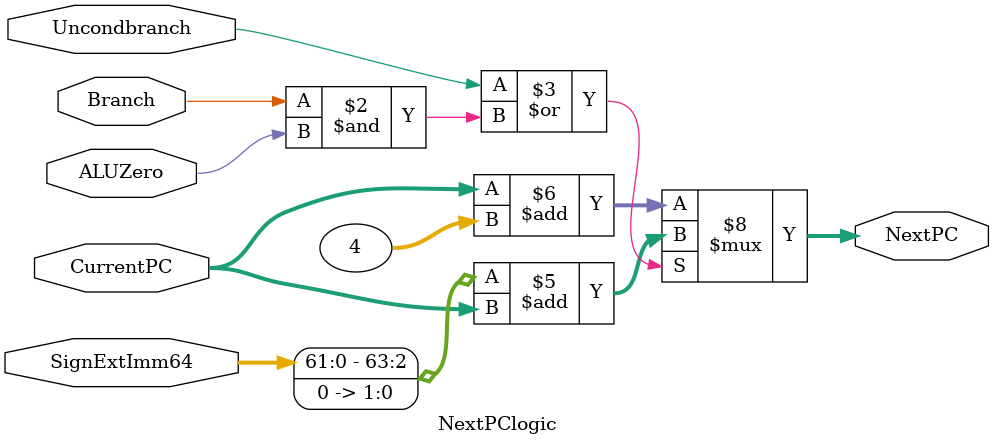
<source format=v>
module NextPClogic(NextPC, CurrentPC, SignExtImm64, Branch, ALUZero, Uncondbranch);
      	input [63:0] CurrentPC, SignExtImm64; 
      	input Branch, ALUZero, Uncondbranch; 
      	output reg [63:0] NextPC; 
      	/* write your code here */

  		always@ (Uncondbranch or Branch or ALUZero or SignExtImm64 or CurrentPC)	//when these values change, execute block
        begin
          if(Uncondbranch | (Branch & ALUZero))										//logic for the need to branch in dataflow
           	NextPC = #3 (SignExtImm64 << 2) + CurrentPC;							//nextPC value when branch is taken
          else
           	NextPC = #2 CurrentPC + 4;												//nextPC value when branch is not taken.
        end
endmodule

</source>
